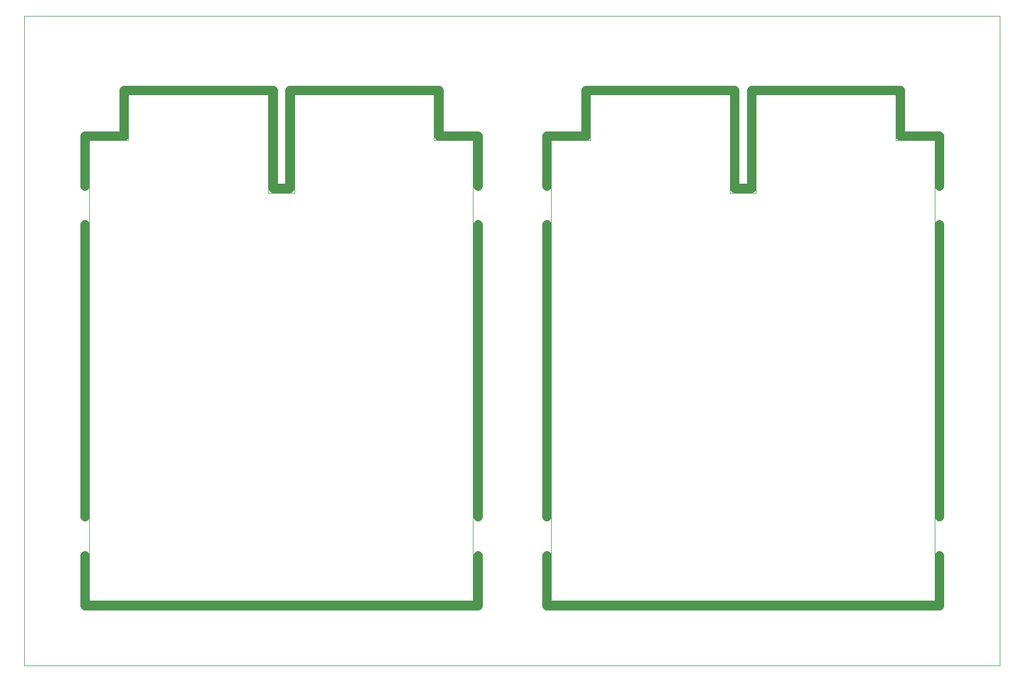
<source format=gko>
%FSLAX46Y46*%
%MOMM*%
%ADD10C,0.010000*%
%ADD11C,1.400000*%
G01*
G01*
%LPD*%
D10*
X0Y100000000D02*
X0Y0D01*
D10*
X0Y0D02*
X150000000Y0D01*
D10*
X150000000Y0D02*
X150000000Y100000000D01*
D10*
X150000000Y100000000D02*
X150000000Y100000000D01*
D10*
X150000000Y100000000D02*
X0Y100000000D01*
D10*
X81000000Y10000000D02*
X81000000Y80900000D01*
D10*
X81000000Y80900000D02*
X87000000Y80900000D01*
D10*
X87000000Y80900000D02*
X87000000Y87900000D01*
D10*
X87000000Y87900000D02*
X108500000Y87900000D01*
D10*
X108500000Y87900000D02*
X108500000Y72800000D01*
D10*
X108500000Y72800000D02*
X112500000Y72800000D01*
D10*
X112500000Y72800000D02*
X112500000Y87900000D01*
D10*
X112500000Y87900000D02*
X134000000Y87900000D01*
D10*
X134000000Y87900000D02*
X134000000Y80900000D01*
D10*
X134000000Y80900000D02*
X140000000Y80900000D01*
D10*
X140000000Y80900000D02*
X140000000Y10000000D01*
D10*
X140000000Y10000000D02*
X81000000Y10000000D01*
D11*
X109200000Y88600000D02*
X109200000Y73500000D01*
D11*
X80300000Y17000000D02*
X80300000Y9300000D01*
D11*
X140700000Y81600000D02*
X140700000Y73900000D01*
D11*
X86300000Y88600000D02*
X109200000Y88600000D01*
D11*
X80300000Y81600000D02*
X80300000Y73900000D01*
D11*
X140700000Y17000000D02*
X140700000Y9300000D01*
D11*
X80300000Y9300000D02*
X140700000Y9300000D01*
D11*
X140700000Y67900000D02*
X140700000Y23000000D01*
D11*
X109200000Y73500000D02*
X111800000Y73500000D01*
D11*
X134700000Y81600000D02*
X134700000Y88600000D01*
D11*
X86300000Y81600000D02*
X86300000Y88600000D01*
D11*
X111800000Y88600000D02*
X111800000Y73500000D01*
D11*
X80300000Y81600000D02*
X86300000Y81600000D01*
D11*
X111800000Y88600000D02*
X134700000Y88600000D01*
D11*
X134700000Y81600000D02*
X140700000Y81600000D01*
D11*
X80300000Y67900000D02*
X80300000Y23000000D01*
D10*
X10000000Y10000000D02*
X10000000Y80900000D01*
D10*
X10000000Y80900000D02*
X16000000Y80900000D01*
D10*
X16000000Y80900000D02*
X16000000Y87900000D01*
D10*
X16000000Y87900000D02*
X37500000Y87900000D01*
D10*
X37500000Y87900000D02*
X37500000Y72800000D01*
D10*
X37500000Y72800000D02*
X41500000Y72800000D01*
D10*
X41500000Y72800000D02*
X41500000Y87900000D01*
D10*
X41500000Y87900000D02*
X63000000Y87900000D01*
D10*
X63000000Y87900000D02*
X63000000Y80900000D01*
D10*
X63000000Y80900000D02*
X69000000Y80900000D01*
D10*
X69000000Y80900000D02*
X69000000Y10000000D01*
D10*
X69000000Y10000000D02*
X10000000Y10000000D01*
D11*
X38200000Y88600000D02*
X38200000Y73500000D01*
D11*
X9300000Y17000000D02*
X9300000Y9300000D01*
D11*
X69700000Y81600000D02*
X69700000Y73900000D01*
D11*
X15300000Y88600000D02*
X38200000Y88600000D01*
D11*
X9300000Y81600000D02*
X9300000Y73900000D01*
D11*
X69700000Y17000000D02*
X69700000Y9300000D01*
D11*
X9300000Y9300000D02*
X69700000Y9300000D01*
D11*
X69700000Y67900000D02*
X69700000Y23000000D01*
D11*
X38200000Y73500000D02*
X40800000Y73500000D01*
D11*
X63700000Y81600000D02*
X63700000Y88600000D01*
D11*
X15300000Y81600000D02*
X15300000Y88600000D01*
D11*
X40800000Y88600000D02*
X40800000Y73500000D01*
D11*
X9300000Y81600000D02*
X15300000Y81600000D01*
D11*
X40800000Y88600000D02*
X63700000Y88600000D01*
D11*
X63700000Y81600000D02*
X69700000Y81600000D01*
D11*
X9300000Y67900000D02*
X9300000Y23000000D01*
G75*
M02*

</source>
